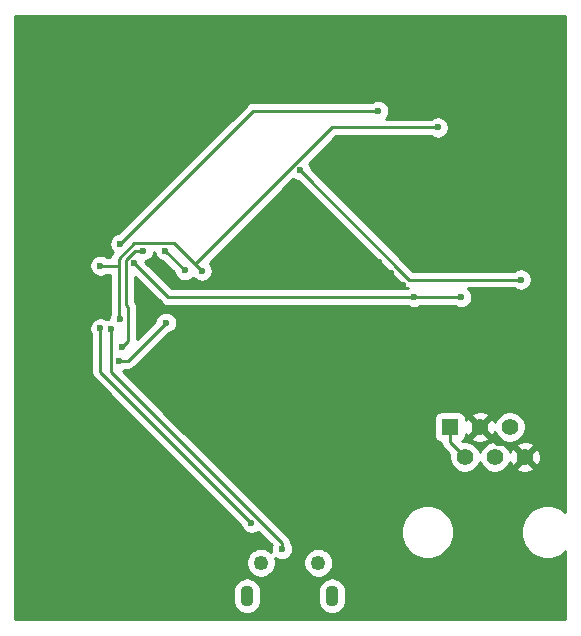
<source format=gbr>
%TF.GenerationSoftware,KiCad,Pcbnew,5.1.10-88a1d61d58~88~ubuntu20.10.1*%
%TF.CreationDate,2021-04-30T01:43:34+02:00*%
%TF.ProjectId,AidonBoard32,4169646f-6e42-46f6-9172-6433322e6b69,1*%
%TF.SameCoordinates,Original*%
%TF.FileFunction,Copper,L2,Bot*%
%TF.FilePolarity,Positive*%
%FSLAX46Y46*%
G04 Gerber Fmt 4.6, Leading zero omitted, Abs format (unit mm)*
G04 Created by KiCad (PCBNEW 5.1.10-88a1d61d58~88~ubuntu20.10.1) date 2021-04-30 01:43:34*
%MOMM*%
%LPD*%
G01*
G04 APERTURE LIST*
%TA.AperFunction,ComponentPad*%
%ADD10C,1.398000*%
%TD*%
%TA.AperFunction,ComponentPad*%
%ADD11R,1.398000X1.398000*%
%TD*%
%TA.AperFunction,ComponentPad*%
%ADD12O,1.100000X1.800000*%
%TD*%
%TA.AperFunction,ComponentPad*%
%ADD13C,1.250000*%
%TD*%
%TA.AperFunction,ViaPad*%
%ADD14C,0.600000*%
%TD*%
%TA.AperFunction,Conductor*%
%ADD15C,0.250000*%
%TD*%
%TA.AperFunction,Conductor*%
%ADD16C,0.254000*%
%TD*%
%TA.AperFunction,Conductor*%
%ADD17C,0.100000*%
%TD*%
G04 APERTURE END LIST*
D10*
%TO.P,J1,6*%
%TO.N,GND*%
X122850000Y-77040000D03*
%TO.P,J1,5*%
%TO.N,/HAN_OUT*%
X121580000Y-74500000D03*
%TO.P,J1,4*%
%TO.N,Net-(J1-Pad4)*%
X120310000Y-77040000D03*
%TO.P,J1,3*%
%TO.N,GND*%
X119040000Y-74500000D03*
%TO.P,J1,2*%
%TO.N,+5V*%
X117770000Y-77040000D03*
D11*
%TO.P,J1,1*%
X116500000Y-74500000D03*
%TD*%
D12*
%TO.P,M1,0*%
%TO.N,N/C*%
X99330000Y-88786600D03*
D13*
X100505000Y-85996600D03*
X105355000Y-85996600D03*
D12*
X106530000Y-88786600D03*
%TD*%
D14*
%TO.N,GND*%
X80500000Y-90000000D03*
X80500000Y-88500000D03*
X80500000Y-87000000D03*
X80500000Y-85500000D03*
X80500000Y-84000000D03*
X80500000Y-82500000D03*
X80500000Y-81000000D03*
X80500000Y-79500000D03*
X80500000Y-78000000D03*
X80500000Y-76500000D03*
X80500000Y-75000000D03*
X80500000Y-73500000D03*
X80500000Y-72000000D03*
X80500000Y-70500000D03*
X80500000Y-69000000D03*
X80500000Y-67500000D03*
X80500000Y-66000000D03*
X80500000Y-64500000D03*
X80500000Y-63000000D03*
X80500000Y-61500000D03*
X80500000Y-60000000D03*
X80500000Y-58500000D03*
X80500000Y-57000000D03*
X105500000Y-84000000D03*
X95500000Y-67500000D03*
X95500000Y-68500000D03*
X95500000Y-69500000D03*
X95500000Y-70500000D03*
X95500000Y-71500000D03*
X110500000Y-60500000D03*
X111500000Y-61500000D03*
X112500000Y-62500000D03*
X98000000Y-66000000D03*
X98000000Y-67000000D03*
X98000000Y-68000000D03*
X98000000Y-69000000D03*
X117000000Y-40000000D03*
X118500000Y-40000000D03*
X120000000Y-40000000D03*
X121500000Y-40000000D03*
X123000000Y-40000000D03*
X124500000Y-40000000D03*
X126000000Y-40000000D03*
%TO.N,+3V3*%
X88562500Y-65386600D03*
X115472600Y-49146900D03*
X86913100Y-60838900D03*
X95500000Y-61280600D03*
%TO.N,/D-*%
X87800100Y-66225500D03*
X102280000Y-84854900D03*
%TO.N,/D+*%
X86905700Y-66154600D03*
X99692900Y-82622000D03*
%TO.N,/LED_RX*%
X88448600Y-68905600D03*
X92475900Y-65667300D03*
%TO.N,/LED_TX*%
X92394100Y-59577800D03*
X94050300Y-61234000D03*
%TO.N,/MCU_RX*%
X88583400Y-58997600D03*
X110424700Y-47723900D03*
%TO.N,/DTR*%
X117464500Y-63532700D03*
X89750000Y-60628100D03*
X113467300Y-63532700D03*
%TO.N,/EN*%
X122500000Y-62018200D03*
X103819000Y-52760300D03*
%TO.N,Net-(D2-Pad2)*%
X88736800Y-67756000D03*
X90524700Y-59575400D03*
%TD*%
D15*
%TO.N,GND*%
X119040000Y-74500000D02*
X120526500Y-75986500D01*
X120526500Y-75986500D02*
X121796500Y-75986500D01*
X121796500Y-75986500D02*
X122850000Y-77040000D01*
%TO.N,+3V3*%
X94957200Y-60737800D02*
X106548100Y-49146900D01*
X106548100Y-49146900D02*
X115472600Y-49146900D01*
X94957200Y-60737800D02*
X93164300Y-58944900D01*
X93164300Y-58944900D02*
X89787700Y-58944900D01*
X89787700Y-58944900D02*
X88451000Y-60281600D01*
X88451000Y-60281600D02*
X88451000Y-60838900D01*
X94957200Y-60737800D02*
X95500000Y-61280600D01*
X88451000Y-60838900D02*
X86913100Y-60838900D01*
X88451000Y-60838900D02*
X88451000Y-65275100D01*
X88451000Y-65275100D02*
X88562500Y-65386600D01*
%TO.N,/D-*%
X102280000Y-84854900D02*
X102280000Y-84324700D01*
X102280000Y-84324700D02*
X87800100Y-69844800D01*
X87800100Y-69844800D02*
X87800100Y-66225500D01*
%TO.N,/D+*%
X86905700Y-66154600D02*
X86905700Y-69834800D01*
X86905700Y-69834800D02*
X99692900Y-82622000D01*
%TO.N,/LED_RX*%
X92475900Y-65667300D02*
X89237600Y-68905600D01*
X89237600Y-68905600D02*
X88448600Y-68905600D01*
%TO.N,/LED_TX*%
X94050300Y-61234000D02*
X92394100Y-59577800D01*
%TO.N,/MCU_RX*%
X88583400Y-58997600D02*
X99857100Y-47723900D01*
X99857100Y-47723900D02*
X110424700Y-47723900D01*
%TO.N,/DTR*%
X117464500Y-63532700D02*
X113467300Y-63532700D01*
X92654600Y-63532700D02*
X89750000Y-60628100D01*
X113467300Y-63532700D02*
X92654600Y-63532700D01*
%TO.N,/EN*%
X103819000Y-52760300D02*
X113076900Y-62018200D01*
X113076900Y-62018200D02*
X122500000Y-62018200D01*
%TO.N,+5V*%
X116500000Y-74500000D02*
X116500000Y-75770000D01*
X116500000Y-75770000D02*
X117770000Y-77040000D01*
%TO.N,Net-(D2-Pad2)*%
X88736800Y-67756000D02*
X89238200Y-67254600D01*
X89238200Y-67254600D02*
X89238200Y-64320300D01*
X89238200Y-64320300D02*
X89082100Y-64164200D01*
X89082100Y-64164200D02*
X89082100Y-60366900D01*
X89082100Y-60366900D02*
X89873600Y-59575400D01*
X89873600Y-59575400D02*
X90524700Y-59575400D01*
%TD*%
D16*
%TO.N,GND*%
X126290000Y-81733878D02*
X126190666Y-81634544D01*
X125820511Y-81387214D01*
X125409218Y-81216851D01*
X124972591Y-81130000D01*
X124527409Y-81130000D01*
X124090782Y-81216851D01*
X123679489Y-81387214D01*
X123309334Y-81634544D01*
X122994544Y-81949334D01*
X122747214Y-82319489D01*
X122576851Y-82730782D01*
X122490000Y-83167409D01*
X122490000Y-83612591D01*
X122576851Y-84049218D01*
X122747214Y-84460511D01*
X122994544Y-84830666D01*
X123309334Y-85145456D01*
X123679489Y-85392786D01*
X124090782Y-85563149D01*
X124527409Y-85650000D01*
X124972591Y-85650000D01*
X125409218Y-85563149D01*
X125820511Y-85392786D01*
X126190666Y-85145456D01*
X126290000Y-85046122D01*
X126290000Y-90790000D01*
X79710000Y-90790000D01*
X79710000Y-88378394D01*
X98145000Y-88378394D01*
X98145000Y-89194807D01*
X98162147Y-89368900D01*
X98229906Y-89592274D01*
X98339943Y-89798136D01*
X98488026Y-89978575D01*
X98668465Y-90126658D01*
X98874327Y-90236694D01*
X99097701Y-90304453D01*
X99330000Y-90327333D01*
X99562300Y-90304453D01*
X99785674Y-90236694D01*
X99991536Y-90126658D01*
X100171975Y-89978575D01*
X100320058Y-89798136D01*
X100430094Y-89592274D01*
X100497853Y-89368899D01*
X100515000Y-89194806D01*
X100515000Y-88378394D01*
X105345000Y-88378394D01*
X105345000Y-89194807D01*
X105362147Y-89368900D01*
X105429906Y-89592274D01*
X105539943Y-89798136D01*
X105688026Y-89978575D01*
X105868465Y-90126658D01*
X106074327Y-90236694D01*
X106297701Y-90304453D01*
X106530000Y-90327333D01*
X106762300Y-90304453D01*
X106985674Y-90236694D01*
X107191536Y-90126658D01*
X107371975Y-89978575D01*
X107520058Y-89798136D01*
X107630094Y-89592274D01*
X107697853Y-89368899D01*
X107715000Y-89194806D01*
X107715000Y-88378393D01*
X107697853Y-88204300D01*
X107630094Y-87980926D01*
X107520058Y-87775064D01*
X107371975Y-87594625D01*
X107191535Y-87446542D01*
X106985673Y-87336506D01*
X106762299Y-87268747D01*
X106530000Y-87245867D01*
X106297700Y-87268747D01*
X106074326Y-87336506D01*
X105868464Y-87446542D01*
X105688025Y-87594625D01*
X105539942Y-87775065D01*
X105429906Y-87980927D01*
X105362147Y-88204301D01*
X105345000Y-88378394D01*
X100515000Y-88378394D01*
X100515000Y-88378393D01*
X100497853Y-88204300D01*
X100430094Y-87980926D01*
X100320058Y-87775064D01*
X100171975Y-87594625D01*
X99991535Y-87446542D01*
X99785673Y-87336506D01*
X99562299Y-87268747D01*
X99330000Y-87245867D01*
X99097700Y-87268747D01*
X98874326Y-87336506D01*
X98668464Y-87446542D01*
X98488025Y-87594625D01*
X98339942Y-87775065D01*
X98229906Y-87980927D01*
X98162147Y-88204301D01*
X98145000Y-88378394D01*
X79710000Y-88378394D01*
X79710000Y-66062511D01*
X85970700Y-66062511D01*
X85970700Y-66246689D01*
X86006632Y-66427329D01*
X86077114Y-66597489D01*
X86145700Y-66700136D01*
X86145701Y-69797468D01*
X86142024Y-69834800D01*
X86145701Y-69872133D01*
X86156698Y-69983786D01*
X86169880Y-70027242D01*
X86200154Y-70127046D01*
X86270726Y-70259076D01*
X86341901Y-70345802D01*
X86365700Y-70374801D01*
X86394698Y-70398599D01*
X98769747Y-82773649D01*
X98793832Y-82894729D01*
X98864314Y-83064889D01*
X98966638Y-83218028D01*
X99096872Y-83348262D01*
X99250011Y-83450586D01*
X99420171Y-83521068D01*
X99600811Y-83557000D01*
X99784989Y-83557000D01*
X99965629Y-83521068D01*
X100135789Y-83450586D01*
X100252860Y-83372362D01*
X101404872Y-84524374D01*
X101380932Y-84582171D01*
X101345000Y-84762811D01*
X101345000Y-84946989D01*
X101371743Y-85081434D01*
X101308203Y-85017894D01*
X101101834Y-84880002D01*
X100872529Y-84785021D01*
X100629099Y-84736600D01*
X100380901Y-84736600D01*
X100137471Y-84785021D01*
X99908166Y-84880002D01*
X99701797Y-85017894D01*
X99526294Y-85193397D01*
X99388402Y-85399766D01*
X99293421Y-85629071D01*
X99245000Y-85872501D01*
X99245000Y-86120699D01*
X99293421Y-86364129D01*
X99388402Y-86593434D01*
X99526294Y-86799803D01*
X99701797Y-86975306D01*
X99908166Y-87113198D01*
X100137471Y-87208179D01*
X100380901Y-87256600D01*
X100629099Y-87256600D01*
X100872529Y-87208179D01*
X101101834Y-87113198D01*
X101308203Y-86975306D01*
X101483706Y-86799803D01*
X101621598Y-86593434D01*
X101716579Y-86364129D01*
X101765000Y-86120699D01*
X101765000Y-85872501D01*
X104095000Y-85872501D01*
X104095000Y-86120699D01*
X104143421Y-86364129D01*
X104238402Y-86593434D01*
X104376294Y-86799803D01*
X104551797Y-86975306D01*
X104758166Y-87113198D01*
X104987471Y-87208179D01*
X105230901Y-87256600D01*
X105479099Y-87256600D01*
X105722529Y-87208179D01*
X105951834Y-87113198D01*
X106158203Y-86975306D01*
X106333706Y-86799803D01*
X106471598Y-86593434D01*
X106566579Y-86364129D01*
X106615000Y-86120699D01*
X106615000Y-85872501D01*
X106566579Y-85629071D01*
X106471598Y-85399766D01*
X106333706Y-85193397D01*
X106158203Y-85017894D01*
X105951834Y-84880002D01*
X105722529Y-84785021D01*
X105479099Y-84736600D01*
X105230901Y-84736600D01*
X104987471Y-84785021D01*
X104758166Y-84880002D01*
X104551797Y-85017894D01*
X104376294Y-85193397D01*
X104238402Y-85399766D01*
X104143421Y-85629071D01*
X104095000Y-85872501D01*
X101765000Y-85872501D01*
X101716579Y-85629071D01*
X101701618Y-85592953D01*
X101837111Y-85683486D01*
X102007271Y-85753968D01*
X102187911Y-85789900D01*
X102372089Y-85789900D01*
X102552729Y-85753968D01*
X102722889Y-85683486D01*
X102876028Y-85581162D01*
X103006262Y-85450928D01*
X103108586Y-85297789D01*
X103179068Y-85127629D01*
X103215000Y-84946989D01*
X103215000Y-84762811D01*
X103179068Y-84582171D01*
X103108586Y-84412011D01*
X103042540Y-84313166D01*
X103040000Y-84287377D01*
X103040000Y-84287367D01*
X103029003Y-84175714D01*
X102985546Y-84032453D01*
X102944591Y-83955832D01*
X102914974Y-83900423D01*
X102843799Y-83813697D01*
X102820001Y-83784699D01*
X102791003Y-83760901D01*
X102197511Y-83167409D01*
X112330000Y-83167409D01*
X112330000Y-83612591D01*
X112416851Y-84049218D01*
X112587214Y-84460511D01*
X112834544Y-84830666D01*
X113149334Y-85145456D01*
X113519489Y-85392786D01*
X113930782Y-85563149D01*
X114367409Y-85650000D01*
X114812591Y-85650000D01*
X115249218Y-85563149D01*
X115660511Y-85392786D01*
X116030666Y-85145456D01*
X116345456Y-84830666D01*
X116592786Y-84460511D01*
X116763149Y-84049218D01*
X116850000Y-83612591D01*
X116850000Y-83167409D01*
X116763149Y-82730782D01*
X116592786Y-82319489D01*
X116345456Y-81949334D01*
X116030666Y-81634544D01*
X115660511Y-81387214D01*
X115249218Y-81216851D01*
X114812591Y-81130000D01*
X114367409Y-81130000D01*
X113930782Y-81216851D01*
X113519489Y-81387214D01*
X113149334Y-81634544D01*
X112834544Y-81949334D01*
X112587214Y-82319489D01*
X112416851Y-82730782D01*
X112330000Y-83167409D01*
X102197511Y-83167409D01*
X92831102Y-73801000D01*
X115162928Y-73801000D01*
X115162928Y-75199000D01*
X115175188Y-75323482D01*
X115211498Y-75443180D01*
X115270463Y-75553494D01*
X115349815Y-75650185D01*
X115446506Y-75729537D01*
X115556820Y-75788502D01*
X115676518Y-75824812D01*
X115742361Y-75831297D01*
X115750998Y-75918985D01*
X115794454Y-76062246D01*
X115865026Y-76194276D01*
X115936201Y-76281002D01*
X115960000Y-76310001D01*
X115988998Y-76333799D01*
X116457205Y-76802007D01*
X116436000Y-76908612D01*
X116436000Y-77171388D01*
X116487265Y-77429114D01*
X116587824Y-77671886D01*
X116733814Y-77890376D01*
X116919624Y-78076186D01*
X117138114Y-78222176D01*
X117380886Y-78322735D01*
X117638612Y-78374000D01*
X117901388Y-78374000D01*
X118159114Y-78322735D01*
X118401886Y-78222176D01*
X118620376Y-78076186D01*
X118806186Y-77890376D01*
X118952176Y-77671886D01*
X119040000Y-77459859D01*
X119127824Y-77671886D01*
X119273814Y-77890376D01*
X119459624Y-78076186D01*
X119678114Y-78222176D01*
X119920886Y-78322735D01*
X120178612Y-78374000D01*
X120441388Y-78374000D01*
X120699114Y-78322735D01*
X120941886Y-78222176D01*
X121160376Y-78076186D01*
X121276007Y-77960555D01*
X122109050Y-77960555D01*
X122168389Y-78194221D01*
X122406664Y-78305018D01*
X122661975Y-78367202D01*
X122924512Y-78378382D01*
X123184186Y-78338129D01*
X123431017Y-78247990D01*
X123531611Y-78194221D01*
X123590950Y-77960555D01*
X122850000Y-77219605D01*
X122109050Y-77960555D01*
X121276007Y-77960555D01*
X121346186Y-77890376D01*
X121492176Y-77671886D01*
X121581678Y-77455808D01*
X121642010Y-77621017D01*
X121695779Y-77721611D01*
X121929445Y-77780950D01*
X122670395Y-77040000D01*
X123029605Y-77040000D01*
X123770555Y-77780950D01*
X124004221Y-77721611D01*
X124115018Y-77483336D01*
X124177202Y-77228025D01*
X124188382Y-76965488D01*
X124148129Y-76705814D01*
X124057990Y-76458983D01*
X124004221Y-76358389D01*
X123770555Y-76299050D01*
X123029605Y-77040000D01*
X122670395Y-77040000D01*
X121929445Y-76299050D01*
X121695779Y-76358389D01*
X121584982Y-76596664D01*
X121579536Y-76619022D01*
X121492176Y-76408114D01*
X121346186Y-76189624D01*
X121276007Y-76119445D01*
X122109050Y-76119445D01*
X122850000Y-76860395D01*
X123590950Y-76119445D01*
X123531611Y-75885779D01*
X123293336Y-75774982D01*
X123038025Y-75712798D01*
X122775488Y-75701618D01*
X122515814Y-75741871D01*
X122268983Y-75832010D01*
X122168389Y-75885779D01*
X122109050Y-76119445D01*
X121276007Y-76119445D01*
X121160376Y-76003814D01*
X120941886Y-75857824D01*
X120699114Y-75757265D01*
X120441388Y-75706000D01*
X120178612Y-75706000D01*
X119920886Y-75757265D01*
X119678114Y-75857824D01*
X119459624Y-76003814D01*
X119273814Y-76189624D01*
X119127824Y-76408114D01*
X119040000Y-76620141D01*
X118952176Y-76408114D01*
X118806186Y-76189624D01*
X118620376Y-76003814D01*
X118401886Y-75857824D01*
X118159114Y-75757265D01*
X117901388Y-75706000D01*
X117638612Y-75706000D01*
X117564119Y-75720818D01*
X117650185Y-75650185D01*
X117729537Y-75553494D01*
X117788502Y-75443180D01*
X117795365Y-75420555D01*
X118299050Y-75420555D01*
X118358389Y-75654221D01*
X118596664Y-75765018D01*
X118851975Y-75827202D01*
X119114512Y-75838382D01*
X119374186Y-75798129D01*
X119621017Y-75707990D01*
X119721611Y-75654221D01*
X119780950Y-75420555D01*
X119040000Y-74679605D01*
X118299050Y-75420555D01*
X117795365Y-75420555D01*
X117824812Y-75323482D01*
X117837072Y-75199000D01*
X117837072Y-75090487D01*
X117885779Y-75181611D01*
X118119445Y-75240950D01*
X118860395Y-74500000D01*
X119219605Y-74500000D01*
X119960555Y-75240950D01*
X120194221Y-75181611D01*
X120305018Y-74943336D01*
X120310464Y-74920978D01*
X120397824Y-75131886D01*
X120543814Y-75350376D01*
X120729624Y-75536186D01*
X120948114Y-75682176D01*
X121190886Y-75782735D01*
X121448612Y-75834000D01*
X121711388Y-75834000D01*
X121969114Y-75782735D01*
X122211886Y-75682176D01*
X122430376Y-75536186D01*
X122616186Y-75350376D01*
X122762176Y-75131886D01*
X122862735Y-74889114D01*
X122914000Y-74631388D01*
X122914000Y-74368612D01*
X122862735Y-74110886D01*
X122762176Y-73868114D01*
X122616186Y-73649624D01*
X122430376Y-73463814D01*
X122211886Y-73317824D01*
X121969114Y-73217265D01*
X121711388Y-73166000D01*
X121448612Y-73166000D01*
X121190886Y-73217265D01*
X120948114Y-73317824D01*
X120729624Y-73463814D01*
X120543814Y-73649624D01*
X120397824Y-73868114D01*
X120308322Y-74084192D01*
X120247990Y-73918983D01*
X120194221Y-73818389D01*
X119960555Y-73759050D01*
X119219605Y-74500000D01*
X118860395Y-74500000D01*
X118119445Y-73759050D01*
X117885779Y-73818389D01*
X117837072Y-73923136D01*
X117837072Y-73801000D01*
X117824812Y-73676518D01*
X117795366Y-73579445D01*
X118299050Y-73579445D01*
X119040000Y-74320395D01*
X119780950Y-73579445D01*
X119721611Y-73345779D01*
X119483336Y-73234982D01*
X119228025Y-73172798D01*
X118965488Y-73161618D01*
X118705814Y-73201871D01*
X118458983Y-73292010D01*
X118358389Y-73345779D01*
X118299050Y-73579445D01*
X117795366Y-73579445D01*
X117788502Y-73556820D01*
X117729537Y-73446506D01*
X117650185Y-73349815D01*
X117553494Y-73270463D01*
X117443180Y-73211498D01*
X117323482Y-73175188D01*
X117199000Y-73162928D01*
X115801000Y-73162928D01*
X115676518Y-73175188D01*
X115556820Y-73211498D01*
X115446506Y-73270463D01*
X115349815Y-73349815D01*
X115270463Y-73446506D01*
X115211498Y-73556820D01*
X115175188Y-73676518D01*
X115162928Y-73801000D01*
X92831102Y-73801000D01*
X88801543Y-69771442D01*
X88891489Y-69734186D01*
X88994135Y-69665600D01*
X89200278Y-69665600D01*
X89237600Y-69669276D01*
X89274922Y-69665600D01*
X89274933Y-69665600D01*
X89386586Y-69654603D01*
X89529847Y-69611146D01*
X89661876Y-69540574D01*
X89777601Y-69445601D01*
X89801404Y-69416597D01*
X92627549Y-66590453D01*
X92748629Y-66566368D01*
X92918789Y-66495886D01*
X93071928Y-66393562D01*
X93202162Y-66263328D01*
X93304486Y-66110189D01*
X93374968Y-65940029D01*
X93410900Y-65759389D01*
X93410900Y-65575211D01*
X93374968Y-65394571D01*
X93304486Y-65224411D01*
X93202162Y-65071272D01*
X93071928Y-64941038D01*
X92918789Y-64838714D01*
X92748629Y-64768232D01*
X92567989Y-64732300D01*
X92383811Y-64732300D01*
X92203171Y-64768232D01*
X92033011Y-64838714D01*
X91879872Y-64941038D01*
X91749638Y-65071272D01*
X91647314Y-65224411D01*
X91576832Y-65394571D01*
X91552747Y-65515651D01*
X89998200Y-67070199D01*
X89998200Y-64357625D01*
X90001876Y-64320300D01*
X89998200Y-64282975D01*
X89998200Y-64282967D01*
X89987203Y-64171314D01*
X89943746Y-64028053D01*
X89873174Y-63896024D01*
X89842100Y-63858160D01*
X89842100Y-61795001D01*
X92090801Y-64043703D01*
X92114599Y-64072701D01*
X92230324Y-64167674D01*
X92362353Y-64238246D01*
X92505614Y-64281703D01*
X92617267Y-64292700D01*
X92617275Y-64292700D01*
X92654600Y-64296376D01*
X92691925Y-64292700D01*
X112921765Y-64292700D01*
X113024411Y-64361286D01*
X113194571Y-64431768D01*
X113375211Y-64467700D01*
X113559389Y-64467700D01*
X113740029Y-64431768D01*
X113910189Y-64361286D01*
X114012835Y-64292700D01*
X116918965Y-64292700D01*
X117021611Y-64361286D01*
X117191771Y-64431768D01*
X117372411Y-64467700D01*
X117556589Y-64467700D01*
X117737229Y-64431768D01*
X117907389Y-64361286D01*
X118060528Y-64258962D01*
X118190762Y-64128728D01*
X118293086Y-63975589D01*
X118363568Y-63805429D01*
X118399500Y-63624789D01*
X118399500Y-63440611D01*
X118363568Y-63259971D01*
X118293086Y-63089811D01*
X118190762Y-62936672D01*
X118060528Y-62806438D01*
X118018267Y-62778200D01*
X121954465Y-62778200D01*
X122057111Y-62846786D01*
X122227271Y-62917268D01*
X122407911Y-62953200D01*
X122592089Y-62953200D01*
X122772729Y-62917268D01*
X122942889Y-62846786D01*
X123096028Y-62744462D01*
X123226262Y-62614228D01*
X123328586Y-62461089D01*
X123399068Y-62290929D01*
X123435000Y-62110289D01*
X123435000Y-61926111D01*
X123399068Y-61745471D01*
X123328586Y-61575311D01*
X123226262Y-61422172D01*
X123096028Y-61291938D01*
X122942889Y-61189614D01*
X122772729Y-61119132D01*
X122592089Y-61083200D01*
X122407911Y-61083200D01*
X122227271Y-61119132D01*
X122057111Y-61189614D01*
X121954465Y-61258200D01*
X113391702Y-61258200D01*
X104742153Y-52608652D01*
X104718068Y-52487571D01*
X104647586Y-52317411D01*
X104569402Y-52200400D01*
X106862902Y-49906900D01*
X114927065Y-49906900D01*
X115029711Y-49975486D01*
X115199871Y-50045968D01*
X115380511Y-50081900D01*
X115564689Y-50081900D01*
X115745329Y-50045968D01*
X115915489Y-49975486D01*
X116068628Y-49873162D01*
X116198862Y-49742928D01*
X116301186Y-49589789D01*
X116371668Y-49419629D01*
X116407600Y-49238989D01*
X116407600Y-49054811D01*
X116371668Y-48874171D01*
X116301186Y-48704011D01*
X116198862Y-48550872D01*
X116068628Y-48420638D01*
X115915489Y-48318314D01*
X115745329Y-48247832D01*
X115564689Y-48211900D01*
X115380511Y-48211900D01*
X115199871Y-48247832D01*
X115029711Y-48318314D01*
X114927065Y-48386900D01*
X111083990Y-48386900D01*
X111150962Y-48319928D01*
X111253286Y-48166789D01*
X111323768Y-47996629D01*
X111359700Y-47815989D01*
X111359700Y-47631811D01*
X111323768Y-47451171D01*
X111253286Y-47281011D01*
X111150962Y-47127872D01*
X111020728Y-46997638D01*
X110867589Y-46895314D01*
X110697429Y-46824832D01*
X110516789Y-46788900D01*
X110332611Y-46788900D01*
X110151971Y-46824832D01*
X109981811Y-46895314D01*
X109879165Y-46963900D01*
X99894422Y-46963900D01*
X99857099Y-46960224D01*
X99819776Y-46963900D01*
X99819767Y-46963900D01*
X99708114Y-46974897D01*
X99564853Y-47018354D01*
X99432824Y-47088926D01*
X99432822Y-47088927D01*
X99432823Y-47088927D01*
X99346096Y-47160101D01*
X99346092Y-47160105D01*
X99317099Y-47183899D01*
X99293305Y-47212892D01*
X88431752Y-58074447D01*
X88310671Y-58098532D01*
X88140511Y-58169014D01*
X87987372Y-58271338D01*
X87857138Y-58401572D01*
X87754814Y-58554711D01*
X87684332Y-58724871D01*
X87648400Y-58905511D01*
X87648400Y-59089689D01*
X87684332Y-59270329D01*
X87754814Y-59440489D01*
X87857138Y-59593628D01*
X87960654Y-59697144D01*
X87940003Y-59717796D01*
X87910999Y-59741599D01*
X87863470Y-59799514D01*
X87816026Y-59857324D01*
X87781160Y-59922554D01*
X87745454Y-59989354D01*
X87718291Y-60078900D01*
X87458635Y-60078900D01*
X87355989Y-60010314D01*
X87185829Y-59939832D01*
X87005189Y-59903900D01*
X86821011Y-59903900D01*
X86640371Y-59939832D01*
X86470211Y-60010314D01*
X86317072Y-60112638D01*
X86186838Y-60242872D01*
X86084514Y-60396011D01*
X86014032Y-60566171D01*
X85978100Y-60746811D01*
X85978100Y-60930989D01*
X86014032Y-61111629D01*
X86084514Y-61281789D01*
X86186838Y-61434928D01*
X86317072Y-61565162D01*
X86470211Y-61667486D01*
X86640371Y-61737968D01*
X86821011Y-61773900D01*
X87005189Y-61773900D01*
X87185829Y-61737968D01*
X87355989Y-61667486D01*
X87458635Y-61598900D01*
X87691000Y-61598900D01*
X87691001Y-65047313D01*
X87663432Y-65113871D01*
X87627500Y-65294511D01*
X87627500Y-65306515D01*
X87527371Y-65326432D01*
X87417392Y-65371986D01*
X87348589Y-65326014D01*
X87178429Y-65255532D01*
X86997789Y-65219600D01*
X86813611Y-65219600D01*
X86632971Y-65255532D01*
X86462811Y-65326014D01*
X86309672Y-65428338D01*
X86179438Y-65558572D01*
X86077114Y-65711711D01*
X86006632Y-65881871D01*
X85970700Y-66062511D01*
X79710000Y-66062511D01*
X79710000Y-39710000D01*
X126290001Y-39710000D01*
X126290000Y-81733878D01*
%TA.AperFunction,Conductor*%
D17*
G36*
X126290000Y-81733878D02*
G01*
X126190666Y-81634544D01*
X125820511Y-81387214D01*
X125409218Y-81216851D01*
X124972591Y-81130000D01*
X124527409Y-81130000D01*
X124090782Y-81216851D01*
X123679489Y-81387214D01*
X123309334Y-81634544D01*
X122994544Y-81949334D01*
X122747214Y-82319489D01*
X122576851Y-82730782D01*
X122490000Y-83167409D01*
X122490000Y-83612591D01*
X122576851Y-84049218D01*
X122747214Y-84460511D01*
X122994544Y-84830666D01*
X123309334Y-85145456D01*
X123679489Y-85392786D01*
X124090782Y-85563149D01*
X124527409Y-85650000D01*
X124972591Y-85650000D01*
X125409218Y-85563149D01*
X125820511Y-85392786D01*
X126190666Y-85145456D01*
X126290000Y-85046122D01*
X126290000Y-90790000D01*
X79710000Y-90790000D01*
X79710000Y-88378394D01*
X98145000Y-88378394D01*
X98145000Y-89194807D01*
X98162147Y-89368900D01*
X98229906Y-89592274D01*
X98339943Y-89798136D01*
X98488026Y-89978575D01*
X98668465Y-90126658D01*
X98874327Y-90236694D01*
X99097701Y-90304453D01*
X99330000Y-90327333D01*
X99562300Y-90304453D01*
X99785674Y-90236694D01*
X99991536Y-90126658D01*
X100171975Y-89978575D01*
X100320058Y-89798136D01*
X100430094Y-89592274D01*
X100497853Y-89368899D01*
X100515000Y-89194806D01*
X100515000Y-88378394D01*
X105345000Y-88378394D01*
X105345000Y-89194807D01*
X105362147Y-89368900D01*
X105429906Y-89592274D01*
X105539943Y-89798136D01*
X105688026Y-89978575D01*
X105868465Y-90126658D01*
X106074327Y-90236694D01*
X106297701Y-90304453D01*
X106530000Y-90327333D01*
X106762300Y-90304453D01*
X106985674Y-90236694D01*
X107191536Y-90126658D01*
X107371975Y-89978575D01*
X107520058Y-89798136D01*
X107630094Y-89592274D01*
X107697853Y-89368899D01*
X107715000Y-89194806D01*
X107715000Y-88378393D01*
X107697853Y-88204300D01*
X107630094Y-87980926D01*
X107520058Y-87775064D01*
X107371975Y-87594625D01*
X107191535Y-87446542D01*
X106985673Y-87336506D01*
X106762299Y-87268747D01*
X106530000Y-87245867D01*
X106297700Y-87268747D01*
X106074326Y-87336506D01*
X105868464Y-87446542D01*
X105688025Y-87594625D01*
X105539942Y-87775065D01*
X105429906Y-87980927D01*
X105362147Y-88204301D01*
X105345000Y-88378394D01*
X100515000Y-88378394D01*
X100515000Y-88378393D01*
X100497853Y-88204300D01*
X100430094Y-87980926D01*
X100320058Y-87775064D01*
X100171975Y-87594625D01*
X99991535Y-87446542D01*
X99785673Y-87336506D01*
X99562299Y-87268747D01*
X99330000Y-87245867D01*
X99097700Y-87268747D01*
X98874326Y-87336506D01*
X98668464Y-87446542D01*
X98488025Y-87594625D01*
X98339942Y-87775065D01*
X98229906Y-87980927D01*
X98162147Y-88204301D01*
X98145000Y-88378394D01*
X79710000Y-88378394D01*
X79710000Y-66062511D01*
X85970700Y-66062511D01*
X85970700Y-66246689D01*
X86006632Y-66427329D01*
X86077114Y-66597489D01*
X86145700Y-66700136D01*
X86145701Y-69797468D01*
X86142024Y-69834800D01*
X86145701Y-69872133D01*
X86156698Y-69983786D01*
X86169880Y-70027242D01*
X86200154Y-70127046D01*
X86270726Y-70259076D01*
X86341901Y-70345802D01*
X86365700Y-70374801D01*
X86394698Y-70398599D01*
X98769747Y-82773649D01*
X98793832Y-82894729D01*
X98864314Y-83064889D01*
X98966638Y-83218028D01*
X99096872Y-83348262D01*
X99250011Y-83450586D01*
X99420171Y-83521068D01*
X99600811Y-83557000D01*
X99784989Y-83557000D01*
X99965629Y-83521068D01*
X100135789Y-83450586D01*
X100252860Y-83372362D01*
X101404872Y-84524374D01*
X101380932Y-84582171D01*
X101345000Y-84762811D01*
X101345000Y-84946989D01*
X101371743Y-85081434D01*
X101308203Y-85017894D01*
X101101834Y-84880002D01*
X100872529Y-84785021D01*
X100629099Y-84736600D01*
X100380901Y-84736600D01*
X100137471Y-84785021D01*
X99908166Y-84880002D01*
X99701797Y-85017894D01*
X99526294Y-85193397D01*
X99388402Y-85399766D01*
X99293421Y-85629071D01*
X99245000Y-85872501D01*
X99245000Y-86120699D01*
X99293421Y-86364129D01*
X99388402Y-86593434D01*
X99526294Y-86799803D01*
X99701797Y-86975306D01*
X99908166Y-87113198D01*
X100137471Y-87208179D01*
X100380901Y-87256600D01*
X100629099Y-87256600D01*
X100872529Y-87208179D01*
X101101834Y-87113198D01*
X101308203Y-86975306D01*
X101483706Y-86799803D01*
X101621598Y-86593434D01*
X101716579Y-86364129D01*
X101765000Y-86120699D01*
X101765000Y-85872501D01*
X104095000Y-85872501D01*
X104095000Y-86120699D01*
X104143421Y-86364129D01*
X104238402Y-86593434D01*
X104376294Y-86799803D01*
X104551797Y-86975306D01*
X104758166Y-87113198D01*
X104987471Y-87208179D01*
X105230901Y-87256600D01*
X105479099Y-87256600D01*
X105722529Y-87208179D01*
X105951834Y-87113198D01*
X106158203Y-86975306D01*
X106333706Y-86799803D01*
X106471598Y-86593434D01*
X106566579Y-86364129D01*
X106615000Y-86120699D01*
X106615000Y-85872501D01*
X106566579Y-85629071D01*
X106471598Y-85399766D01*
X106333706Y-85193397D01*
X106158203Y-85017894D01*
X105951834Y-84880002D01*
X105722529Y-84785021D01*
X105479099Y-84736600D01*
X105230901Y-84736600D01*
X104987471Y-84785021D01*
X104758166Y-84880002D01*
X104551797Y-85017894D01*
X104376294Y-85193397D01*
X104238402Y-85399766D01*
X104143421Y-85629071D01*
X104095000Y-85872501D01*
X101765000Y-85872501D01*
X101716579Y-85629071D01*
X101701618Y-85592953D01*
X101837111Y-85683486D01*
X102007271Y-85753968D01*
X102187911Y-85789900D01*
X102372089Y-85789900D01*
X102552729Y-85753968D01*
X102722889Y-85683486D01*
X102876028Y-85581162D01*
X103006262Y-85450928D01*
X103108586Y-85297789D01*
X103179068Y-85127629D01*
X103215000Y-84946989D01*
X103215000Y-84762811D01*
X103179068Y-84582171D01*
X103108586Y-84412011D01*
X103042540Y-84313166D01*
X103040000Y-84287377D01*
X103040000Y-84287367D01*
X103029003Y-84175714D01*
X102985546Y-84032453D01*
X102944591Y-83955832D01*
X102914974Y-83900423D01*
X102843799Y-83813697D01*
X102820001Y-83784699D01*
X102791003Y-83760901D01*
X102197511Y-83167409D01*
X112330000Y-83167409D01*
X112330000Y-83612591D01*
X112416851Y-84049218D01*
X112587214Y-84460511D01*
X112834544Y-84830666D01*
X113149334Y-85145456D01*
X113519489Y-85392786D01*
X113930782Y-85563149D01*
X114367409Y-85650000D01*
X114812591Y-85650000D01*
X115249218Y-85563149D01*
X115660511Y-85392786D01*
X116030666Y-85145456D01*
X116345456Y-84830666D01*
X116592786Y-84460511D01*
X116763149Y-84049218D01*
X116850000Y-83612591D01*
X116850000Y-83167409D01*
X116763149Y-82730782D01*
X116592786Y-82319489D01*
X116345456Y-81949334D01*
X116030666Y-81634544D01*
X115660511Y-81387214D01*
X115249218Y-81216851D01*
X114812591Y-81130000D01*
X114367409Y-81130000D01*
X113930782Y-81216851D01*
X113519489Y-81387214D01*
X113149334Y-81634544D01*
X112834544Y-81949334D01*
X112587214Y-82319489D01*
X112416851Y-82730782D01*
X112330000Y-83167409D01*
X102197511Y-83167409D01*
X92831102Y-73801000D01*
X115162928Y-73801000D01*
X115162928Y-75199000D01*
X115175188Y-75323482D01*
X115211498Y-75443180D01*
X115270463Y-75553494D01*
X115349815Y-75650185D01*
X115446506Y-75729537D01*
X115556820Y-75788502D01*
X115676518Y-75824812D01*
X115742361Y-75831297D01*
X115750998Y-75918985D01*
X115794454Y-76062246D01*
X115865026Y-76194276D01*
X115936201Y-76281002D01*
X115960000Y-76310001D01*
X115988998Y-76333799D01*
X116457205Y-76802007D01*
X116436000Y-76908612D01*
X116436000Y-77171388D01*
X116487265Y-77429114D01*
X116587824Y-77671886D01*
X116733814Y-77890376D01*
X116919624Y-78076186D01*
X117138114Y-78222176D01*
X117380886Y-78322735D01*
X117638612Y-78374000D01*
X117901388Y-78374000D01*
X118159114Y-78322735D01*
X118401886Y-78222176D01*
X118620376Y-78076186D01*
X118806186Y-77890376D01*
X118952176Y-77671886D01*
X119040000Y-77459859D01*
X119127824Y-77671886D01*
X119273814Y-77890376D01*
X119459624Y-78076186D01*
X119678114Y-78222176D01*
X119920886Y-78322735D01*
X120178612Y-78374000D01*
X120441388Y-78374000D01*
X120699114Y-78322735D01*
X120941886Y-78222176D01*
X121160376Y-78076186D01*
X121276007Y-77960555D01*
X122109050Y-77960555D01*
X122168389Y-78194221D01*
X122406664Y-78305018D01*
X122661975Y-78367202D01*
X122924512Y-78378382D01*
X123184186Y-78338129D01*
X123431017Y-78247990D01*
X123531611Y-78194221D01*
X123590950Y-77960555D01*
X122850000Y-77219605D01*
X122109050Y-77960555D01*
X121276007Y-77960555D01*
X121346186Y-77890376D01*
X121492176Y-77671886D01*
X121581678Y-77455808D01*
X121642010Y-77621017D01*
X121695779Y-77721611D01*
X121929445Y-77780950D01*
X122670395Y-77040000D01*
X123029605Y-77040000D01*
X123770555Y-77780950D01*
X124004221Y-77721611D01*
X124115018Y-77483336D01*
X124177202Y-77228025D01*
X124188382Y-76965488D01*
X124148129Y-76705814D01*
X124057990Y-76458983D01*
X124004221Y-76358389D01*
X123770555Y-76299050D01*
X123029605Y-77040000D01*
X122670395Y-77040000D01*
X121929445Y-76299050D01*
X121695779Y-76358389D01*
X121584982Y-76596664D01*
X121579536Y-76619022D01*
X121492176Y-76408114D01*
X121346186Y-76189624D01*
X121276007Y-76119445D01*
X122109050Y-76119445D01*
X122850000Y-76860395D01*
X123590950Y-76119445D01*
X123531611Y-75885779D01*
X123293336Y-75774982D01*
X123038025Y-75712798D01*
X122775488Y-75701618D01*
X122515814Y-75741871D01*
X122268983Y-75832010D01*
X122168389Y-75885779D01*
X122109050Y-76119445D01*
X121276007Y-76119445D01*
X121160376Y-76003814D01*
X120941886Y-75857824D01*
X120699114Y-75757265D01*
X120441388Y-75706000D01*
X120178612Y-75706000D01*
X119920886Y-75757265D01*
X119678114Y-75857824D01*
X119459624Y-76003814D01*
X119273814Y-76189624D01*
X119127824Y-76408114D01*
X119040000Y-76620141D01*
X118952176Y-76408114D01*
X118806186Y-76189624D01*
X118620376Y-76003814D01*
X118401886Y-75857824D01*
X118159114Y-75757265D01*
X117901388Y-75706000D01*
X117638612Y-75706000D01*
X117564119Y-75720818D01*
X117650185Y-75650185D01*
X117729537Y-75553494D01*
X117788502Y-75443180D01*
X117795365Y-75420555D01*
X118299050Y-75420555D01*
X118358389Y-75654221D01*
X118596664Y-75765018D01*
X118851975Y-75827202D01*
X119114512Y-75838382D01*
X119374186Y-75798129D01*
X119621017Y-75707990D01*
X119721611Y-75654221D01*
X119780950Y-75420555D01*
X119040000Y-74679605D01*
X118299050Y-75420555D01*
X117795365Y-75420555D01*
X117824812Y-75323482D01*
X117837072Y-75199000D01*
X117837072Y-75090487D01*
X117885779Y-75181611D01*
X118119445Y-75240950D01*
X118860395Y-74500000D01*
X119219605Y-74500000D01*
X119960555Y-75240950D01*
X120194221Y-75181611D01*
X120305018Y-74943336D01*
X120310464Y-74920978D01*
X120397824Y-75131886D01*
X120543814Y-75350376D01*
X120729624Y-75536186D01*
X120948114Y-75682176D01*
X121190886Y-75782735D01*
X121448612Y-75834000D01*
X121711388Y-75834000D01*
X121969114Y-75782735D01*
X122211886Y-75682176D01*
X122430376Y-75536186D01*
X122616186Y-75350376D01*
X122762176Y-75131886D01*
X122862735Y-74889114D01*
X122914000Y-74631388D01*
X122914000Y-74368612D01*
X122862735Y-74110886D01*
X122762176Y-73868114D01*
X122616186Y-73649624D01*
X122430376Y-73463814D01*
X122211886Y-73317824D01*
X121969114Y-73217265D01*
X121711388Y-73166000D01*
X121448612Y-73166000D01*
X121190886Y-73217265D01*
X120948114Y-73317824D01*
X120729624Y-73463814D01*
X120543814Y-73649624D01*
X120397824Y-73868114D01*
X120308322Y-74084192D01*
X120247990Y-73918983D01*
X120194221Y-73818389D01*
X119960555Y-73759050D01*
X119219605Y-74500000D01*
X118860395Y-74500000D01*
X118119445Y-73759050D01*
X117885779Y-73818389D01*
X117837072Y-73923136D01*
X117837072Y-73801000D01*
X117824812Y-73676518D01*
X117795366Y-73579445D01*
X118299050Y-73579445D01*
X119040000Y-74320395D01*
X119780950Y-73579445D01*
X119721611Y-73345779D01*
X119483336Y-73234982D01*
X119228025Y-73172798D01*
X118965488Y-73161618D01*
X118705814Y-73201871D01*
X118458983Y-73292010D01*
X118358389Y-73345779D01*
X118299050Y-73579445D01*
X117795366Y-73579445D01*
X117788502Y-73556820D01*
X117729537Y-73446506D01*
X117650185Y-73349815D01*
X117553494Y-73270463D01*
X117443180Y-73211498D01*
X117323482Y-73175188D01*
X117199000Y-73162928D01*
X115801000Y-73162928D01*
X115676518Y-73175188D01*
X115556820Y-73211498D01*
X115446506Y-73270463D01*
X115349815Y-73349815D01*
X115270463Y-73446506D01*
X115211498Y-73556820D01*
X115175188Y-73676518D01*
X115162928Y-73801000D01*
X92831102Y-73801000D01*
X88801543Y-69771442D01*
X88891489Y-69734186D01*
X88994135Y-69665600D01*
X89200278Y-69665600D01*
X89237600Y-69669276D01*
X89274922Y-69665600D01*
X89274933Y-69665600D01*
X89386586Y-69654603D01*
X89529847Y-69611146D01*
X89661876Y-69540574D01*
X89777601Y-69445601D01*
X89801404Y-69416597D01*
X92627549Y-66590453D01*
X92748629Y-66566368D01*
X92918789Y-66495886D01*
X93071928Y-66393562D01*
X93202162Y-66263328D01*
X93304486Y-66110189D01*
X93374968Y-65940029D01*
X93410900Y-65759389D01*
X93410900Y-65575211D01*
X93374968Y-65394571D01*
X93304486Y-65224411D01*
X93202162Y-65071272D01*
X93071928Y-64941038D01*
X92918789Y-64838714D01*
X92748629Y-64768232D01*
X92567989Y-64732300D01*
X92383811Y-64732300D01*
X92203171Y-64768232D01*
X92033011Y-64838714D01*
X91879872Y-64941038D01*
X91749638Y-65071272D01*
X91647314Y-65224411D01*
X91576832Y-65394571D01*
X91552747Y-65515651D01*
X89998200Y-67070199D01*
X89998200Y-64357625D01*
X90001876Y-64320300D01*
X89998200Y-64282975D01*
X89998200Y-64282967D01*
X89987203Y-64171314D01*
X89943746Y-64028053D01*
X89873174Y-63896024D01*
X89842100Y-63858160D01*
X89842100Y-61795001D01*
X92090801Y-64043703D01*
X92114599Y-64072701D01*
X92230324Y-64167674D01*
X92362353Y-64238246D01*
X92505614Y-64281703D01*
X92617267Y-64292700D01*
X92617275Y-64292700D01*
X92654600Y-64296376D01*
X92691925Y-64292700D01*
X112921765Y-64292700D01*
X113024411Y-64361286D01*
X113194571Y-64431768D01*
X113375211Y-64467700D01*
X113559389Y-64467700D01*
X113740029Y-64431768D01*
X113910189Y-64361286D01*
X114012835Y-64292700D01*
X116918965Y-64292700D01*
X117021611Y-64361286D01*
X117191771Y-64431768D01*
X117372411Y-64467700D01*
X117556589Y-64467700D01*
X117737229Y-64431768D01*
X117907389Y-64361286D01*
X118060528Y-64258962D01*
X118190762Y-64128728D01*
X118293086Y-63975589D01*
X118363568Y-63805429D01*
X118399500Y-63624789D01*
X118399500Y-63440611D01*
X118363568Y-63259971D01*
X118293086Y-63089811D01*
X118190762Y-62936672D01*
X118060528Y-62806438D01*
X118018267Y-62778200D01*
X121954465Y-62778200D01*
X122057111Y-62846786D01*
X122227271Y-62917268D01*
X122407911Y-62953200D01*
X122592089Y-62953200D01*
X122772729Y-62917268D01*
X122942889Y-62846786D01*
X123096028Y-62744462D01*
X123226262Y-62614228D01*
X123328586Y-62461089D01*
X123399068Y-62290929D01*
X123435000Y-62110289D01*
X123435000Y-61926111D01*
X123399068Y-61745471D01*
X123328586Y-61575311D01*
X123226262Y-61422172D01*
X123096028Y-61291938D01*
X122942889Y-61189614D01*
X122772729Y-61119132D01*
X122592089Y-61083200D01*
X122407911Y-61083200D01*
X122227271Y-61119132D01*
X122057111Y-61189614D01*
X121954465Y-61258200D01*
X113391702Y-61258200D01*
X104742153Y-52608652D01*
X104718068Y-52487571D01*
X104647586Y-52317411D01*
X104569402Y-52200400D01*
X106862902Y-49906900D01*
X114927065Y-49906900D01*
X115029711Y-49975486D01*
X115199871Y-50045968D01*
X115380511Y-50081900D01*
X115564689Y-50081900D01*
X115745329Y-50045968D01*
X115915489Y-49975486D01*
X116068628Y-49873162D01*
X116198862Y-49742928D01*
X116301186Y-49589789D01*
X116371668Y-49419629D01*
X116407600Y-49238989D01*
X116407600Y-49054811D01*
X116371668Y-48874171D01*
X116301186Y-48704011D01*
X116198862Y-48550872D01*
X116068628Y-48420638D01*
X115915489Y-48318314D01*
X115745329Y-48247832D01*
X115564689Y-48211900D01*
X115380511Y-48211900D01*
X115199871Y-48247832D01*
X115029711Y-48318314D01*
X114927065Y-48386900D01*
X111083990Y-48386900D01*
X111150962Y-48319928D01*
X111253286Y-48166789D01*
X111323768Y-47996629D01*
X111359700Y-47815989D01*
X111359700Y-47631811D01*
X111323768Y-47451171D01*
X111253286Y-47281011D01*
X111150962Y-47127872D01*
X111020728Y-46997638D01*
X110867589Y-46895314D01*
X110697429Y-46824832D01*
X110516789Y-46788900D01*
X110332611Y-46788900D01*
X110151971Y-46824832D01*
X109981811Y-46895314D01*
X109879165Y-46963900D01*
X99894422Y-46963900D01*
X99857099Y-46960224D01*
X99819776Y-46963900D01*
X99819767Y-46963900D01*
X99708114Y-46974897D01*
X99564853Y-47018354D01*
X99432824Y-47088926D01*
X99432822Y-47088927D01*
X99432823Y-47088927D01*
X99346096Y-47160101D01*
X99346092Y-47160105D01*
X99317099Y-47183899D01*
X99293305Y-47212892D01*
X88431752Y-58074447D01*
X88310671Y-58098532D01*
X88140511Y-58169014D01*
X87987372Y-58271338D01*
X87857138Y-58401572D01*
X87754814Y-58554711D01*
X87684332Y-58724871D01*
X87648400Y-58905511D01*
X87648400Y-59089689D01*
X87684332Y-59270329D01*
X87754814Y-59440489D01*
X87857138Y-59593628D01*
X87960654Y-59697144D01*
X87940003Y-59717796D01*
X87910999Y-59741599D01*
X87863470Y-59799514D01*
X87816026Y-59857324D01*
X87781160Y-59922554D01*
X87745454Y-59989354D01*
X87718291Y-60078900D01*
X87458635Y-60078900D01*
X87355989Y-60010314D01*
X87185829Y-59939832D01*
X87005189Y-59903900D01*
X86821011Y-59903900D01*
X86640371Y-59939832D01*
X86470211Y-60010314D01*
X86317072Y-60112638D01*
X86186838Y-60242872D01*
X86084514Y-60396011D01*
X86014032Y-60566171D01*
X85978100Y-60746811D01*
X85978100Y-60930989D01*
X86014032Y-61111629D01*
X86084514Y-61281789D01*
X86186838Y-61434928D01*
X86317072Y-61565162D01*
X86470211Y-61667486D01*
X86640371Y-61737968D01*
X86821011Y-61773900D01*
X87005189Y-61773900D01*
X87185829Y-61737968D01*
X87355989Y-61667486D01*
X87458635Y-61598900D01*
X87691000Y-61598900D01*
X87691001Y-65047313D01*
X87663432Y-65113871D01*
X87627500Y-65294511D01*
X87627500Y-65306515D01*
X87527371Y-65326432D01*
X87417392Y-65371986D01*
X87348589Y-65326014D01*
X87178429Y-65255532D01*
X86997789Y-65219600D01*
X86813611Y-65219600D01*
X86632971Y-65255532D01*
X86462811Y-65326014D01*
X86309672Y-65428338D01*
X86179438Y-65558572D01*
X86077114Y-65711711D01*
X86006632Y-65881871D01*
X85970700Y-66062511D01*
X79710000Y-66062511D01*
X79710000Y-39710000D01*
X126290001Y-39710000D01*
X126290000Y-81733878D01*
G37*
%TD.AperFunction*%
D16*
X103376111Y-53588886D02*
X103546271Y-53659368D01*
X103667352Y-53683453D01*
X112513101Y-62529203D01*
X112536899Y-62558201D01*
X112652624Y-62653174D01*
X112784653Y-62723746D01*
X112927914Y-62767203D01*
X112929725Y-62767381D01*
X112921765Y-62772700D01*
X92969402Y-62772700D01*
X90692117Y-60495416D01*
X90797429Y-60474468D01*
X90967589Y-60403986D01*
X91120728Y-60301662D01*
X91250962Y-60171428D01*
X91353286Y-60018289D01*
X91423768Y-59848129D01*
X91452258Y-59704900D01*
X91466064Y-59704900D01*
X91495032Y-59850529D01*
X91565514Y-60020689D01*
X91667838Y-60173828D01*
X91798072Y-60304062D01*
X91951211Y-60406386D01*
X92121371Y-60476868D01*
X92242451Y-60500953D01*
X93127147Y-61385649D01*
X93151232Y-61506729D01*
X93221714Y-61676889D01*
X93324038Y-61830028D01*
X93454272Y-61960262D01*
X93607411Y-62062586D01*
X93777571Y-62133068D01*
X93958211Y-62169000D01*
X94142389Y-62169000D01*
X94323029Y-62133068D01*
X94493189Y-62062586D01*
X94646328Y-61960262D01*
X94756204Y-61850386D01*
X94773738Y-61876628D01*
X94903972Y-62006862D01*
X95057111Y-62109186D01*
X95227271Y-62179668D01*
X95407911Y-62215600D01*
X95592089Y-62215600D01*
X95772729Y-62179668D01*
X95942889Y-62109186D01*
X96096028Y-62006862D01*
X96226262Y-61876628D01*
X96328586Y-61723489D01*
X96399068Y-61553329D01*
X96435000Y-61372689D01*
X96435000Y-61188511D01*
X96399068Y-61007871D01*
X96328586Y-60837711D01*
X96226262Y-60684572D01*
X96155746Y-60614056D01*
X103259100Y-53510702D01*
X103376111Y-53588886D01*
%TA.AperFunction,Conductor*%
D17*
G36*
X103376111Y-53588886D02*
G01*
X103546271Y-53659368D01*
X103667352Y-53683453D01*
X112513101Y-62529203D01*
X112536899Y-62558201D01*
X112652624Y-62653174D01*
X112784653Y-62723746D01*
X112927914Y-62767203D01*
X112929725Y-62767381D01*
X112921765Y-62772700D01*
X92969402Y-62772700D01*
X90692117Y-60495416D01*
X90797429Y-60474468D01*
X90967589Y-60403986D01*
X91120728Y-60301662D01*
X91250962Y-60171428D01*
X91353286Y-60018289D01*
X91423768Y-59848129D01*
X91452258Y-59704900D01*
X91466064Y-59704900D01*
X91495032Y-59850529D01*
X91565514Y-60020689D01*
X91667838Y-60173828D01*
X91798072Y-60304062D01*
X91951211Y-60406386D01*
X92121371Y-60476868D01*
X92242451Y-60500953D01*
X93127147Y-61385649D01*
X93151232Y-61506729D01*
X93221714Y-61676889D01*
X93324038Y-61830028D01*
X93454272Y-61960262D01*
X93607411Y-62062586D01*
X93777571Y-62133068D01*
X93958211Y-62169000D01*
X94142389Y-62169000D01*
X94323029Y-62133068D01*
X94493189Y-62062586D01*
X94646328Y-61960262D01*
X94756204Y-61850386D01*
X94773738Y-61876628D01*
X94903972Y-62006862D01*
X95057111Y-62109186D01*
X95227271Y-62179668D01*
X95407911Y-62215600D01*
X95592089Y-62215600D01*
X95772729Y-62179668D01*
X95942889Y-62109186D01*
X96096028Y-62006862D01*
X96226262Y-61876628D01*
X96328586Y-61723489D01*
X96399068Y-61553329D01*
X96435000Y-61372689D01*
X96435000Y-61188511D01*
X96399068Y-61007871D01*
X96328586Y-60837711D01*
X96226262Y-60684572D01*
X96155746Y-60614056D01*
X103259100Y-53510702D01*
X103376111Y-53588886D01*
G37*
%TD.AperFunction*%
%TD*%
M02*

</source>
